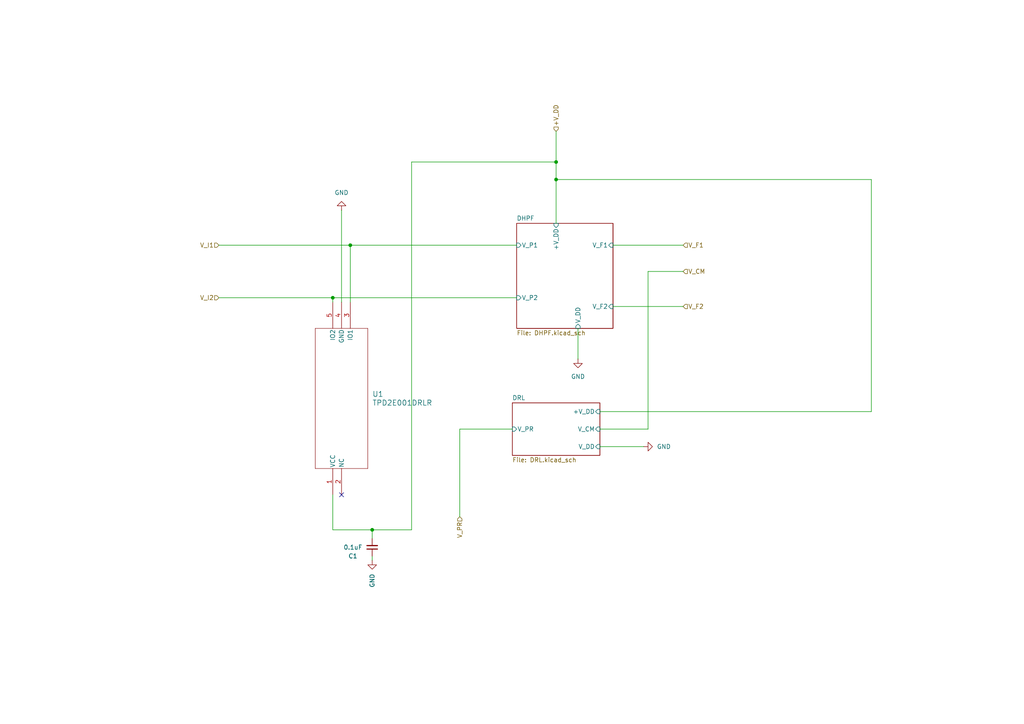
<source format=kicad_sch>
(kicad_sch
	(version 20231120)
	(generator "eeschema")
	(generator_version "8.0")
	(uuid "92f364f2-9840-4142-859e-65ffd2530144")
	(paper "A4")
	(lib_symbols
		(symbol "Device:C_Small"
			(pin_numbers hide)
			(pin_names
				(offset 0.254) hide)
			(exclude_from_sim no)
			(in_bom yes)
			(on_board yes)
			(property "Reference" "C"
				(at 0.254 1.778 0)
				(effects
					(font
						(size 1.27 1.27)
					)
					(justify left)
				)
			)
			(property "Value" "C_Small"
				(at 0.254 -2.032 0)
				(effects
					(font
						(size 1.27 1.27)
					)
					(justify left)
				)
			)
			(property "Footprint" ""
				(at 0 0 0)
				(effects
					(font
						(size 1.27 1.27)
					)
					(hide yes)
				)
			)
			(property "Datasheet" "~"
				(at 0 0 0)
				(effects
					(font
						(size 1.27 1.27)
					)
					(hide yes)
				)
			)
			(property "Description" "Unpolarized capacitor, small symbol"
				(at 0 0 0)
				(effects
					(font
						(size 1.27 1.27)
					)
					(hide yes)
				)
			)
			(property "ki_keywords" "capacitor cap"
				(at 0 0 0)
				(effects
					(font
						(size 1.27 1.27)
					)
					(hide yes)
				)
			)
			(property "ki_fp_filters" "C_*"
				(at 0 0 0)
				(effects
					(font
						(size 1.27 1.27)
					)
					(hide yes)
				)
			)
			(symbol "C_Small_0_1"
				(polyline
					(pts
						(xy -1.524 -0.508) (xy 1.524 -0.508)
					)
					(stroke
						(width 0.3302)
						(type default)
					)
					(fill
						(type none)
					)
				)
				(polyline
					(pts
						(xy -1.524 0.508) (xy 1.524 0.508)
					)
					(stroke
						(width 0.3048)
						(type default)
					)
					(fill
						(type none)
					)
				)
			)
			(symbol "C_Small_1_1"
				(pin passive line
					(at 0 2.54 270)
					(length 2.032)
					(name "~"
						(effects
							(font
								(size 1.27 1.27)
							)
						)
					)
					(number "1"
						(effects
							(font
								(size 1.27 1.27)
							)
						)
					)
				)
				(pin passive line
					(at 0 -2.54 90)
					(length 2.032)
					(name "~"
						(effects
							(font
								(size 1.27 1.27)
							)
						)
					)
					(number "2"
						(effects
							(font
								(size 1.27 1.27)
							)
						)
					)
				)
			)
		)
		(symbol "TPD2E001:TPD2E001DRLR"
			(pin_names
				(offset 0.254)
			)
			(exclude_from_sim no)
			(in_bom yes)
			(on_board yes)
			(property "Reference" "U"
				(at 27.94 10.16 0)
				(effects
					(font
						(size 1.524 1.524)
					)
				)
			)
			(property "Value" "TPD2E001DRLR"
				(at 27.94 7.62 0)
				(effects
					(font
						(size 1.524 1.524)
					)
				)
			)
			(property "Footprint" "DRL5"
				(at 0 0 0)
				(effects
					(font
						(size 1.27 1.27)
						(italic yes)
					)
					(hide yes)
				)
			)
			(property "Datasheet" "TPD2E001DRLR"
				(at 0 0 0)
				(effects
					(font
						(size 1.27 1.27)
						(italic yes)
					)
					(hide yes)
				)
			)
			(property "Description" ""
				(at 0 0 0)
				(effects
					(font
						(size 1.27 1.27)
					)
					(hide yes)
				)
			)
			(property "ki_locked" ""
				(at 0 0 0)
				(effects
					(font
						(size 1.27 1.27)
					)
				)
			)
			(property "ki_keywords" "TPD2E001DRLR"
				(at 0 0 0)
				(effects
					(font
						(size 1.27 1.27)
					)
					(hide yes)
				)
			)
			(property "ki_fp_filters" "DRL5 DRL5-M DRL5-L"
				(at 0 0 0)
				(effects
					(font
						(size 1.27 1.27)
					)
					(hide yes)
				)
			)
			(symbol "TPD2E001DRLR_0_1"
				(polyline
					(pts
						(xy 7.62 -10.16) (xy 48.26 -10.16)
					)
					(stroke
						(width 0.127)
						(type default)
					)
					(fill
						(type none)
					)
				)
				(polyline
					(pts
						(xy 7.62 5.08) (xy 7.62 -10.16)
					)
					(stroke
						(width 0.127)
						(type default)
					)
					(fill
						(type none)
					)
				)
				(polyline
					(pts
						(xy 48.26 -10.16) (xy 48.26 5.08)
					)
					(stroke
						(width 0.127)
						(type default)
					)
					(fill
						(type none)
					)
				)
				(polyline
					(pts
						(xy 48.26 5.08) (xy 7.62 5.08)
					)
					(stroke
						(width 0.127)
						(type default)
					)
					(fill
						(type none)
					)
				)
				(pin power_in line
					(at 0 0 0)
					(length 7.62)
					(name "VCC"
						(effects
							(font
								(size 1.27 1.27)
							)
						)
					)
					(number "1"
						(effects
							(font
								(size 1.27 1.27)
							)
						)
					)
				)
				(pin unspecified line
					(at 0 -2.54 0)
					(length 7.62)
					(name "NC"
						(effects
							(font
								(size 1.27 1.27)
							)
						)
					)
					(number "2"
						(effects
							(font
								(size 1.27 1.27)
							)
						)
					)
				)
				(pin bidirectional line
					(at 55.88 -5.08 180)
					(length 7.62)
					(name "IO1"
						(effects
							(font
								(size 1.27 1.27)
							)
						)
					)
					(number "3"
						(effects
							(font
								(size 1.27 1.27)
							)
						)
					)
				)
				(pin power_in line
					(at 55.88 -2.54 180)
					(length 7.62)
					(name "GND"
						(effects
							(font
								(size 1.27 1.27)
							)
						)
					)
					(number "4"
						(effects
							(font
								(size 1.27 1.27)
							)
						)
					)
				)
				(pin bidirectional line
					(at 55.88 0 180)
					(length 7.62)
					(name "IO2"
						(effects
							(font
								(size 1.27 1.27)
							)
						)
					)
					(number "5"
						(effects
							(font
								(size 1.27 1.27)
							)
						)
					)
				)
			)
		)
		(symbol "power:GND"
			(power)
			(pin_numbers hide)
			(pin_names
				(offset 0) hide)
			(exclude_from_sim no)
			(in_bom yes)
			(on_board yes)
			(property "Reference" "#PWR"
				(at 0 -6.35 0)
				(effects
					(font
						(size 1.27 1.27)
					)
					(hide yes)
				)
			)
			(property "Value" "GND"
				(at 0 -3.81 0)
				(effects
					(font
						(size 1.27 1.27)
					)
				)
			)
			(property "Footprint" ""
				(at 0 0 0)
				(effects
					(font
						(size 1.27 1.27)
					)
					(hide yes)
				)
			)
			(property "Datasheet" ""
				(at 0 0 0)
				(effects
					(font
						(size 1.27 1.27)
					)
					(hide yes)
				)
			)
			(property "Description" "Power symbol creates a global label with name \"GND\" , ground"
				(at 0 0 0)
				(effects
					(font
						(size 1.27 1.27)
					)
					(hide yes)
				)
			)
			(property "ki_keywords" "global power"
				(at 0 0 0)
				(effects
					(font
						(size 1.27 1.27)
					)
					(hide yes)
				)
			)
			(symbol "GND_0_1"
				(polyline
					(pts
						(xy 0 0) (xy 0 -1.27) (xy 1.27 -1.27) (xy 0 -2.54) (xy -1.27 -1.27) (xy 0 -1.27)
					)
					(stroke
						(width 0)
						(type default)
					)
					(fill
						(type none)
					)
				)
			)
			(symbol "GND_1_1"
				(pin power_in line
					(at 0 0 270)
					(length 0)
					(name "~"
						(effects
							(font
								(size 1.27 1.27)
							)
						)
					)
					(number "1"
						(effects
							(font
								(size 1.27 1.27)
							)
						)
					)
				)
			)
		)
	)
	(junction
		(at 161.29 52.07)
		(diameter 0)
		(color 0 0 0 0)
		(uuid "023d110f-1c35-4d89-9817-3dbf2fc4e9d0")
	)
	(junction
		(at 161.29 46.99)
		(diameter 0)
		(color 0 0 0 0)
		(uuid "485f9712-5ed0-4ddb-9f2b-d492ed38be70")
	)
	(junction
		(at 101.6 71.12)
		(diameter 0)
		(color 0 0 0 0)
		(uuid "8a0f36af-6d7e-4862-be52-2249f2ce22e7")
	)
	(junction
		(at 107.95 153.67)
		(diameter 0)
		(color 0 0 0 0)
		(uuid "a3e0962c-c7f7-40d7-9567-b8919cc5cd21")
	)
	(junction
		(at 96.52 86.36)
		(diameter 0)
		(color 0 0 0 0)
		(uuid "a73062d9-be0e-458a-9ed5-c08eda8e0d6f")
	)
	(no_connect
		(at 99.06 143.51)
		(uuid "83e6ec97-5d71-409d-a7b4-9207a5d757e5")
	)
	(wire
		(pts
			(xy 107.95 161.29) (xy 107.95 162.56)
		)
		(stroke
			(width 0)
			(type default)
		)
		(uuid "0149130d-876a-409b-a81e-2809297396a7")
	)
	(wire
		(pts
			(xy 99.06 60.96) (xy 99.06 87.63)
		)
		(stroke
			(width 0)
			(type default)
		)
		(uuid "01a9ee51-936b-4acd-87c3-a7959bad29e0")
	)
	(wire
		(pts
			(xy 96.52 87.63) (xy 96.52 86.36)
		)
		(stroke
			(width 0)
			(type default)
		)
		(uuid "0f51799a-8f53-4da0-98a6-5feb51b7f54a")
	)
	(wire
		(pts
			(xy 173.99 119.38) (xy 252.73 119.38)
		)
		(stroke
			(width 0)
			(type default)
		)
		(uuid "16d9224f-d44d-4601-aea5-9c388d566c64")
	)
	(wire
		(pts
			(xy 161.29 52.07) (xy 161.29 64.77)
		)
		(stroke
			(width 0)
			(type default)
		)
		(uuid "181793fe-fc07-477c-84d8-35a2ff8805ac")
	)
	(wire
		(pts
			(xy 119.38 46.99) (xy 119.38 153.67)
		)
		(stroke
			(width 0)
			(type default)
		)
		(uuid "3ab4d6a0-6067-4545-bd25-b006631061c3")
	)
	(wire
		(pts
			(xy 107.95 153.67) (xy 96.52 153.67)
		)
		(stroke
			(width 0)
			(type default)
		)
		(uuid "3be6a15b-e611-4575-9516-e1568a6f4f9a")
	)
	(wire
		(pts
			(xy 101.6 71.12) (xy 149.86 71.12)
		)
		(stroke
			(width 0)
			(type default)
		)
		(uuid "3c1e1a27-7181-4346-933c-b49affe05eb0")
	)
	(wire
		(pts
			(xy 161.29 46.99) (xy 161.29 52.07)
		)
		(stroke
			(width 0)
			(type default)
		)
		(uuid "4a3a6bf6-3b30-4bc2-b64e-918df78d31b4")
	)
	(wire
		(pts
			(xy 133.35 149.86) (xy 133.35 124.46)
		)
		(stroke
			(width 0)
			(type default)
		)
		(uuid "4c8e879d-1b16-4c77-9b4c-b91732db8842")
	)
	(wire
		(pts
			(xy 173.99 124.46) (xy 187.96 124.46)
		)
		(stroke
			(width 0)
			(type default)
		)
		(uuid "4f954c90-b556-4ef4-87f4-0bcfb507ad12")
	)
	(wire
		(pts
			(xy 107.95 156.21) (xy 107.95 153.67)
		)
		(stroke
			(width 0)
			(type default)
		)
		(uuid "593443d3-65ff-480c-ad6f-70ae76d8709b")
	)
	(wire
		(pts
			(xy 161.29 46.99) (xy 119.38 46.99)
		)
		(stroke
			(width 0)
			(type default)
		)
		(uuid "5cb660ba-bcd6-4bfd-9b99-1d7f6d51d61d")
	)
	(wire
		(pts
			(xy 161.29 52.07) (xy 252.73 52.07)
		)
		(stroke
			(width 0)
			(type default)
		)
		(uuid "71c9c1a7-c0f0-44ed-b621-de5d27c439fe")
	)
	(wire
		(pts
			(xy 161.29 38.1) (xy 161.29 46.99)
		)
		(stroke
			(width 0)
			(type default)
		)
		(uuid "8750b0e4-b63e-45b6-9c8e-c7fd059a62ca")
	)
	(wire
		(pts
			(xy 63.5 86.36) (xy 96.52 86.36)
		)
		(stroke
			(width 0)
			(type default)
		)
		(uuid "8a82f395-850e-4af1-a640-f71325d9b91d")
	)
	(wire
		(pts
			(xy 119.38 153.67) (xy 107.95 153.67)
		)
		(stroke
			(width 0)
			(type default)
		)
		(uuid "93be5d3d-7f27-4f32-a893-0366f71ec484")
	)
	(wire
		(pts
			(xy 173.99 129.54) (xy 186.69 129.54)
		)
		(stroke
			(width 0)
			(type default)
		)
		(uuid "a470e6ba-9429-4869-b851-36c894b1b9e9")
	)
	(wire
		(pts
			(xy 167.64 95.25) (xy 167.64 104.14)
		)
		(stroke
			(width 0)
			(type default)
		)
		(uuid "b500d1e7-1356-42d3-a76d-986ed25db25c")
	)
	(wire
		(pts
			(xy 63.5 71.12) (xy 101.6 71.12)
		)
		(stroke
			(width 0)
			(type default)
		)
		(uuid "b5c52164-bd4a-42c8-b42d-ac7762e16ab3")
	)
	(wire
		(pts
			(xy 187.96 124.46) (xy 187.96 78.74)
		)
		(stroke
			(width 0)
			(type default)
		)
		(uuid "b7d06c47-3011-47bf-8e02-33e182b44b2c")
	)
	(wire
		(pts
			(xy 177.8 88.9) (xy 198.12 88.9)
		)
		(stroke
			(width 0)
			(type default)
		)
		(uuid "b90e8634-dc99-4593-84c9-a712e0b0c3c2")
	)
	(wire
		(pts
			(xy 96.52 86.36) (xy 149.86 86.36)
		)
		(stroke
			(width 0)
			(type default)
		)
		(uuid "ba009e23-fcc8-4e85-9869-00a7797e6dcb")
	)
	(wire
		(pts
			(xy 187.96 78.74) (xy 198.12 78.74)
		)
		(stroke
			(width 0)
			(type default)
		)
		(uuid "e12323c8-b34c-4287-952f-5ee81b633f24")
	)
	(wire
		(pts
			(xy 177.8 71.12) (xy 198.12 71.12)
		)
		(stroke
			(width 0)
			(type default)
		)
		(uuid "e522bb31-57aa-44f8-be1e-e4d5f73554f3")
	)
	(wire
		(pts
			(xy 252.73 52.07) (xy 252.73 119.38)
		)
		(stroke
			(width 0)
			(type default)
		)
		(uuid "f0eb825c-d011-43ad-9ed4-5adb43e525b7")
	)
	(wire
		(pts
			(xy 101.6 87.63) (xy 101.6 71.12)
		)
		(stroke
			(width 0)
			(type default)
		)
		(uuid "f7727a45-72ba-46d7-83a6-13f2660578f4")
	)
	(wire
		(pts
			(xy 133.35 124.46) (xy 148.59 124.46)
		)
		(stroke
			(width 0)
			(type default)
		)
		(uuid "fd936e27-13b5-4a11-ae31-0888c72716a9")
	)
	(wire
		(pts
			(xy 96.52 143.51) (xy 96.52 153.67)
		)
		(stroke
			(width 0)
			(type default)
		)
		(uuid "fe9c997a-a70d-4c46-b508-90c294bd04a6")
	)
	(hierarchical_label "+V_DD"
		(shape input)
		(at 161.29 38.1 90)
		(fields_autoplaced yes)
		(effects
			(font
				(size 1.27 1.27)
			)
			(justify left)
		)
		(uuid "03b2f3b9-7075-41b6-be18-5abe715867dc")
	)
	(hierarchical_label "V_F1"
		(shape input)
		(at 198.12 71.12 0)
		(fields_autoplaced yes)
		(effects
			(font
				(size 1.27 1.27)
			)
			(justify left)
		)
		(uuid "3001a678-c3f7-4a63-b028-8ec4430baa55")
	)
	(hierarchical_label "V_I2"
		(shape input)
		(at 63.5 86.36 180)
		(fields_autoplaced yes)
		(effects
			(font
				(size 1.27 1.27)
			)
			(justify right)
		)
		(uuid "45ada697-8b84-4929-b255-04a3c9aa1087")
	)
	(hierarchical_label "V_CM"
		(shape input)
		(at 198.12 78.74 0)
		(fields_autoplaced yes)
		(effects
			(font
				(size 1.27 1.27)
			)
			(justify left)
		)
		(uuid "5031319f-3dcf-4221-be2f-82b0769cd46a")
	)
	(hierarchical_label "V_PR"
		(shape input)
		(at 133.35 149.86 270)
		(fields_autoplaced yes)
		(effects
			(font
				(size 1.27 1.27)
			)
			(justify right)
		)
		(uuid "982f8749-0026-415d-b6c2-433bdf80b995")
	)
	(hierarchical_label "V_F2"
		(shape input)
		(at 198.12 88.9 0)
		(fields_autoplaced yes)
		(effects
			(font
				(size 1.27 1.27)
			)
			(justify left)
		)
		(uuid "b91255b4-ca69-4df3-b414-db77158c7128")
	)
	(hierarchical_label "V_I1"
		(shape input)
		(at 63.5 71.12 180)
		(fields_autoplaced yes)
		(effects
			(font
				(size 1.27 1.27)
			)
			(justify right)
		)
		(uuid "e5c25966-08b4-41ba-95d5-54f66b291e21")
	)
	(symbol
		(lib_id "power:GND")
		(at 99.06 60.96 180)
		(unit 1)
		(exclude_from_sim no)
		(in_bom yes)
		(on_board yes)
		(dnp no)
		(fields_autoplaced yes)
		(uuid "22ece65a-d1ba-44fa-9e3d-f471526337c6")
		(property "Reference" "#PWR06"
			(at 99.06 54.61 0)
			(effects
				(font
					(size 1.27 1.27)
				)
				(hide yes)
			)
		)
		(property "Value" "GND"
			(at 99.06 55.88 0)
			(effects
				(font
					(size 1.27 1.27)
				)
			)
		)
		(property "Footprint" ""
			(at 99.06 60.96 0)
			(effects
				(font
					(size 1.27 1.27)
				)
				(hide yes)
			)
		)
		(property "Datasheet" ""
			(at 99.06 60.96 0)
			(effects
				(font
					(size 1.27 1.27)
				)
				(hide yes)
			)
		)
		(property "Description" "Power symbol creates a global label with name \"GND\" , ground"
			(at 99.06 60.96 0)
			(effects
				(font
					(size 1.27 1.27)
				)
				(hide yes)
			)
		)
		(pin "1"
			(uuid "130cdd24-9e9f-4631-ab78-e6b1dcf52922")
		)
		(instances
			(project "SigAcqModule_TwoSided"
				(path "/35a76d6a-a0c5-4989-a335-ebbff193f82f/1592d112-a21f-4c86-8d6b-59c9e2cb8ed5"
					(reference "#PWR06")
					(unit 1)
				)
			)
		)
	)
	(symbol
		(lib_id "power:GND")
		(at 167.64 104.14 0)
		(unit 1)
		(exclude_from_sim no)
		(in_bom yes)
		(on_board yes)
		(dnp no)
		(fields_autoplaced yes)
		(uuid "4e522727-1cc3-440e-893e-887bf9c2b3d6")
		(property "Reference" "#PWR08"
			(at 167.64 110.49 0)
			(effects
				(font
					(size 1.27 1.27)
				)
				(hide yes)
			)
		)
		(property "Value" "GND"
			(at 167.64 109.22 0)
			(effects
				(font
					(size 1.27 1.27)
				)
			)
		)
		(property "Footprint" ""
			(at 167.64 104.14 0)
			(effects
				(font
					(size 1.27 1.27)
				)
				(hide yes)
			)
		)
		(property "Datasheet" ""
			(at 167.64 104.14 0)
			(effects
				(font
					(size 1.27 1.27)
				)
				(hide yes)
			)
		)
		(property "Description" "Power symbol creates a global label with name \"GND\" , ground"
			(at 167.64 104.14 0)
			(effects
				(font
					(size 1.27 1.27)
				)
				(hide yes)
			)
		)
		(pin "1"
			(uuid "c2a227b0-9cb1-40ce-9592-457cea61d839")
		)
		(instances
			(project "SigAcqModule_TwoSided"
				(path "/35a76d6a-a0c5-4989-a335-ebbff193f82f/1592d112-a21f-4c86-8d6b-59c9e2cb8ed5"
					(reference "#PWR08")
					(unit 1)
				)
			)
		)
	)
	(symbol
		(lib_id "power:GND")
		(at 107.95 162.56 0)
		(unit 1)
		(exclude_from_sim no)
		(in_bom yes)
		(on_board yes)
		(dnp no)
		(fields_autoplaced yes)
		(uuid "7d41aae0-6d19-42dc-a883-07bf45737707")
		(property "Reference" "#PWR07"
			(at 107.95 168.91 0)
			(effects
				(font
					(size 1.27 1.27)
				)
				(hide yes)
			)
		)
		(property "Value" "GND"
			(at 107.9499 166.37 90)
			(effects
				(font
					(size 1.27 1.27)
				)
				(justify right)
			)
		)
		(property "Footprint" ""
			(at 107.95 162.56 0)
			(effects
				(font
					(size 1.27 1.27)
				)
				(hide yes)
			)
		)
		(property "Datasheet" ""
			(at 107.95 162.56 0)
			(effects
				(font
					(size 1.27 1.27)
				)
				(hide yes)
			)
		)
		(property "Description" "Power symbol creates a global label with name \"GND\" , ground"
			(at 107.95 162.56 0)
			(effects
				(font
					(size 1.27 1.27)
				)
				(hide yes)
			)
		)
		(pin "1"
			(uuid "fb590df2-4d6f-47dc-b758-5705fa0838c6")
		)
		(instances
			(project "SigAcqModule_TwoSided"
				(path "/35a76d6a-a0c5-4989-a335-ebbff193f82f/1592d112-a21f-4c86-8d6b-59c9e2cb8ed5"
					(reference "#PWR07")
					(unit 1)
				)
			)
		)
	)
	(symbol
		(lib_id "Device:C_Small")
		(at 107.95 158.75 180)
		(unit 1)
		(exclude_from_sim no)
		(in_bom yes)
		(on_board yes)
		(dnp no)
		(uuid "a1c14b6a-c285-4686-9228-7721ec1504d7")
		(property "Reference" "C1"
			(at 102.362 161.29 0)
			(effects
				(font
					(size 1.27 1.27)
				)
			)
		)
		(property "Value" "0.1uF"
			(at 102.362 158.75 0)
			(effects
				(font
					(size 1.27 1.27)
				)
			)
		)
		(property "Footprint" "Capacitor_SMD:C_0402_1005Metric"
			(at 107.95 158.75 0)
			(effects
				(font
					(size 1.27 1.27)
				)
				(hide yes)
			)
		)
		(property "Datasheet" "~"
			(at 107.95 158.75 0)
			(effects
				(font
					(size 1.27 1.27)
				)
				(hide yes)
			)
		)
		(property "Description" "Unpolarized capacitor, small symbol"
			(at 107.95 158.75 0)
			(effects
				(font
					(size 1.27 1.27)
				)
				(hide yes)
			)
		)
		(pin "2"
			(uuid "333581ab-d0be-4d0d-b969-3c2ab8d21919")
		)
		(pin "1"
			(uuid "4f3b3d4b-068a-44eb-9af4-6a819c3704ea")
		)
		(instances
			(project "SigAcqModule_TwoSided"
				(path "/35a76d6a-a0c5-4989-a335-ebbff193f82f/1592d112-a21f-4c86-8d6b-59c9e2cb8ed5"
					(reference "C1")
					(unit 1)
				)
			)
		)
	)
	(symbol
		(lib_id "TPD2E001:TPD2E001DRLR")
		(at 96.52 143.51 90)
		(unit 1)
		(exclude_from_sim no)
		(in_bom yes)
		(on_board yes)
		(dnp no)
		(fields_autoplaced yes)
		(uuid "bc40588f-6e9e-43d6-9604-bd7b7080c064")
		(property "Reference" "U1"
			(at 107.95 114.2999 90)
			(effects
				(font
					(size 1.524 1.524)
				)
				(justify right)
			)
		)
		(property "Value" "TPD2E001DRLR"
			(at 107.95 116.8399 90)
			(effects
				(font
					(size 1.524 1.524)
				)
				(justify right)
			)
		)
		(property "Footprint" "TPD2E001DRLR_footprints:DRL5-L"
			(at 96.52 143.51 0)
			(effects
				(font
					(size 1.27 1.27)
					(italic yes)
				)
				(hide yes)
			)
		)
		(property "Datasheet" "TPD2E001DRLR"
			(at 96.52 143.51 0)
			(effects
				(font
					(size 1.27 1.27)
					(italic yes)
				)
				(hide yes)
			)
		)
		(property "Description" ""
			(at 96.52 143.51 0)
			(effects
				(font
					(size 1.27 1.27)
				)
				(hide yes)
			)
		)
		(pin "3"
			(uuid "e9735b7c-d314-4eba-9f7b-3e7907d1ad33")
		)
		(pin "2"
			(uuid "96689480-a035-4516-b5bf-0d6e89d2599f")
		)
		(pin "5"
			(uuid "dc802162-ef9f-48e1-ad13-08a753f8e9e3")
		)
		(pin "4"
			(uuid "51af1242-0d6b-4ea6-aeb9-c5497398d949")
		)
		(pin "1"
			(uuid "e5e3925c-e1d3-4eeb-8f1b-2409945e6db6")
		)
		(instances
			(project "SigAcqModule_TwoSided"
				(path "/35a76d6a-a0c5-4989-a335-ebbff193f82f/1592d112-a21f-4c86-8d6b-59c9e2cb8ed5"
					(reference "U1")
					(unit 1)
				)
			)
		)
	)
	(symbol
		(lib_id "power:GND")
		(at 186.69 129.54 90)
		(unit 1)
		(exclude_from_sim no)
		(in_bom yes)
		(on_board yes)
		(dnp no)
		(fields_autoplaced yes)
		(uuid "f5f0a3a7-8790-4b78-94d3-6d1c8de4c6e1")
		(property "Reference" "#PWR09"
			(at 193.04 129.54 0)
			(effects
				(font
					(size 1.27 1.27)
				)
				(hide yes)
			)
		)
		(property "Value" "GND"
			(at 190.5 129.5399 90)
			(effects
				(font
					(size 1.27 1.27)
				)
				(justify right)
			)
		)
		(property "Footprint" ""
			(at 186.69 129.54 0)
			(effects
				(font
					(size 1.27 1.27)
				)
				(hide yes)
			)
		)
		(property "Datasheet" ""
			(at 186.69 129.54 0)
			(effects
				(font
					(size 1.27 1.27)
				)
				(hide yes)
			)
		)
		(property "Description" "Power symbol creates a global label with name \"GND\" , ground"
			(at 186.69 129.54 0)
			(effects
				(font
					(size 1.27 1.27)
				)
				(hide yes)
			)
		)
		(pin "1"
			(uuid "2eba3f7a-780b-4de6-8c67-de425637d743")
		)
		(instances
			(project "SigAcqModule_TwoSided"
				(path "/35a76d6a-a0c5-4989-a335-ebbff193f82f/1592d112-a21f-4c86-8d6b-59c9e2cb8ed5"
					(reference "#PWR09")
					(unit 1)
				)
			)
		)
	)
	(sheet
		(at 149.86 64.77)
		(size 27.94 30.48)
		(fields_autoplaced yes)
		(stroke
			(width 0.1524)
			(type solid)
		)
		(fill
			(color 0 0 0 0.0000)
		)
		(uuid "75f838fc-2121-4a46-ad40-a9113ad5c7ea")
		(property "Sheetname" "DHPF"
			(at 149.86 64.0584 0)
			(effects
				(font
					(size 1.27 1.27)
				)
				(justify left bottom)
			)
		)
		(property "Sheetfile" "DHPF.kicad_sch"
			(at 149.86 95.8346 0)
			(effects
				(font
					(size 1.27 1.27)
				)
				(justify left top)
			)
		)
		(pin "V_F2" input
			(at 177.8 88.9 0)
			(effects
				(font
					(size 1.27 1.27)
				)
				(justify right)
			)
			(uuid "964f26a7-bf18-48ba-917b-48763175b97f")
		)
		(pin "V_F1" input
			(at 177.8 71.12 0)
			(effects
				(font
					(size 1.27 1.27)
				)
				(justify right)
			)
			(uuid "d509d8ce-b42a-47e9-95a2-f3050b644b46")
		)
		(pin "V_P1" input
			(at 149.86 71.12 180)
			(effects
				(font
					(size 1.27 1.27)
				)
				(justify left)
			)
			(uuid "36fb671a-acf8-44b0-9102-6fdd9030f050")
		)
		(pin "V_P2" input
			(at 149.86 86.36 180)
			(effects
				(font
					(size 1.27 1.27)
				)
				(justify left)
			)
			(uuid "1d13b016-55ab-4d6e-90e8-f3804aa53434")
		)
		(pin "+V_DD" input
			(at 161.29 64.77 90)
			(effects
				(font
					(size 1.27 1.27)
				)
				(justify right)
			)
			(uuid "6735b76e-8854-4f57-9869-7e3d91bcdec0")
		)
		(pin "V_DD" input
			(at 167.64 95.25 270)
			(effects
				(font
					(size 1.27 1.27)
				)
				(justify left)
			)
			(uuid "2c794484-f250-42e3-8f1f-1c075016b3b2")
		)
		(instances
			(project "SigAcqModule_TwoSided"
				(path "/35a76d6a-a0c5-4989-a335-ebbff193f82f/1592d112-a21f-4c86-8d6b-59c9e2cb8ed5"
					(page "5")
				)
			)
		)
	)
	(sheet
		(at 148.59 116.84)
		(size 25.4 15.24)
		(fields_autoplaced yes)
		(stroke
			(width 0.1524)
			(type solid)
		)
		(fill
			(color 0 0 0 0.0000)
		)
		(uuid "d99c16f5-dd26-448f-81cb-89849c5de34e")
		(property "Sheetname" "DRL"
			(at 148.59 116.1284 0)
			(effects
				(font
					(size 1.27 1.27)
				)
				(justify left bottom)
			)
		)
		(property "Sheetfile" "DRL.kicad_sch"
			(at 148.59 132.6646 0)
			(effects
				(font
					(size 1.27 1.27)
				)
				(justify left top)
			)
		)
		(pin "V_CM" input
			(at 173.99 124.46 0)
			(effects
				(font
					(size 1.27 1.27)
				)
				(justify right)
			)
			(uuid "659188c5-e8ff-41a8-8ff9-0ba07a961a28")
		)
		(pin "V_PR" input
			(at 148.59 124.46 180)
			(effects
				(font
					(size 1.27 1.27)
				)
				(justify left)
			)
			(uuid "01848d1d-aa9f-405a-ae82-dc4d23b1a0c6")
		)
		(pin "+V_DD" input
			(at 173.99 119.38 0)
			(effects
				(font
					(size 1.27 1.27)
				)
				(justify right)
			)
			(uuid "ff7b752d-8a1b-470b-9591-6d3ee70be155")
		)
		(pin "V_DD" input
			(at 173.99 129.54 0)
			(effects
				(font
					(size 1.27 1.27)
				)
				(justify right)
			)
			(uuid "9489500e-936b-47d2-93a7-c3f32a1151ac")
		)
		(instances
			(project "SigAcqModule_TwoSided"
				(path "/35a76d6a-a0c5-4989-a335-ebbff193f82f/1592d112-a21f-4c86-8d6b-59c9e2cb8ed5"
					(page "6")
				)
			)
		)
	)
)

</source>
